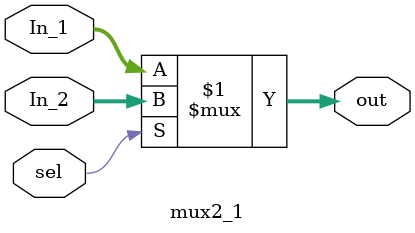
<source format=v>
`timescale 1ns / 1ps

//2-1 Multiplexer Module
module mux2_1(In_1, In_2, sel, out);

	input[3:0] In_1, In_2;
	input sel;
	output[3:0] out;

	assign out = (sel) ? In_2 : In_1;
	
endmodule

</source>
